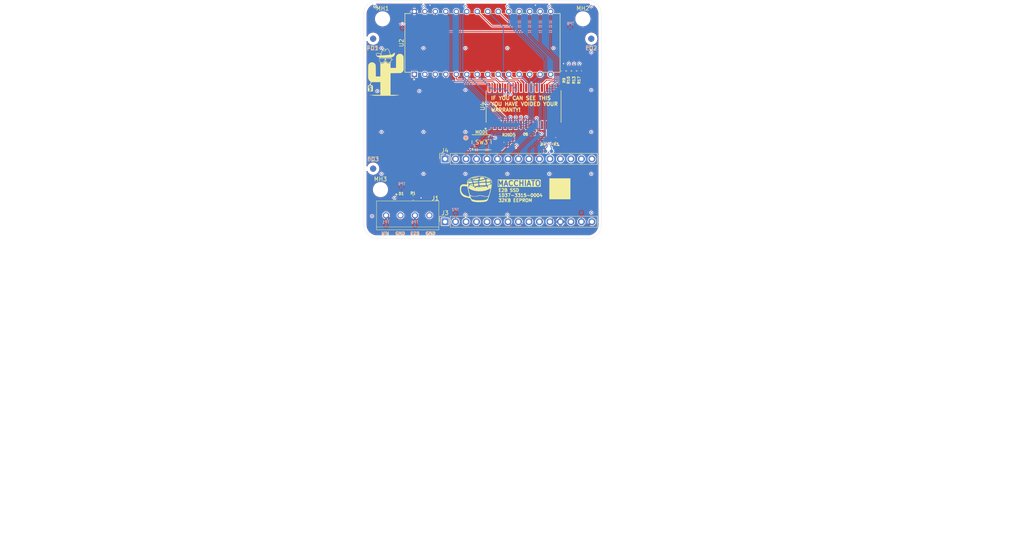
<source format=kicad_pcb>
(kicad_pcb (version 20241229) (generator "pcbnew") (generator_version "9.0")
  (title_block (title "Macchiato E2B NAS") (date "2025-07-19") (rev "4") (company "B. Lantau") (comment 1 "PN: 1D37-3315-0003"))
  (layers (0 "F.Cu" signal "Top.Cu+PWR") (4 "In1.Cu" signal "In1.GND") (6 "In2.Cu" signal "In2.GND") (2 "B.Cu" signal "Bottom.Cu+PWR") (13 "F.Paste" user) (15 "B.Paste" user) (5 "F.SilkS" user "F.Silkscreen") (7 "B.SilkS" user "B.Silkscreen") (1 "F.Mask" user) (3 "B.Mask" user) (25 "Edge.Cuts" user))
  (net 0 "")
  (net 1 "VBUS")
  (net 2 "GND")
  (net 3 "+3V3")
  (net 4 "Net-(D1-Pad2)")
  (net 5 "+5V")
  (net 7 "I2C_SDA")
  (net 8 "I2C_SCL")
  (net 9 "Net-(U4-A2)")
  (net 11 "Net-(U4-A1)")
  (net 12 "Net-(U4-A0)")
  (net 14 "Net-(U4-*RESET)")
  (net 18 "A12")
  (net 19 "A11")
  (net 20 "A2")
  (net 21 "A10")
  (net 22 "A0")
  (net 23 "A3")
  (net 25 "A14")
  (net 26 "A9")
  (net 27 "A1")
  (net 29 "A5")
  (net 31 "A8")
  (net 32 "A4")
  (net 34 "A6")
  (net 35 "A7")
  (net 36 "A13")
  (net 37 "/LED")
  (net 38 "/MODE")
  (net 41 "FLASH_CE")
  (net 42 "DQ5")
  (net 43 "DQ3")
  (net 44 "DQ7")
  (net 45 "DQ4")
  (net 46 "DQ6")
  (net 47 "FLASH_OE")
  (net 48 "FLASH_WE")
  (net 49 "E2B_DIRECT")
  (net 50 "Net-(D5-Pad2)")
  (net 54 "DQ1")
  (net 55 "DQ0")
  (net 56 "DQ2")
  (footprint "Custom_Microcontroller:LED_0603" (layer "F.Cu") (at 153.18034 79.971945 90)
    (property "Reference" "D5")
    (property "Value" "~" (hide yes))
  )
  (footprint "MountingHole:MountingHole_3.2mm_M3" (layer "F.Cu") (at 121.17634 91.444546)
    (property "Reference" "MH3")
    (property "Value" "MountingHole")
  )
  (footprint "Custom_Microcontroller:R_0603" (layer "F.Cu") (at 166.79474 62.679046 -90)
    (property "Reference" "R10")
    (property "Value" "10K" (hide yes))
  )
  (footprint "Connector_PinSocket_2.54mm:PinSocket_1x15_P2.54mm_Vertical" (layer "F.Cu") (at 136.82274 84.002346 90)
    (property "Reference" "J4")
    (property "Value" "Digital")
  )
  (footprint "Custom_Microcontroller:Fiducial_1.5mm_Mask3mm" (layer "F.Cu") (at 119.39834 86.364546)
    (property "Reference" "FD3")
    (property "Value" "~")
  )
  (footprint "Custom_Microcontroller:MCP23017T-E_SO" (layer "F.Cu") (at 155.842 71.283146 90)
    (property "Reference" "U4")
    (property "Value" "MCP23017T-E/SO")
  )
  (footprint "MountingHole:MountingHole_3.2mm_M3" (layer "F.Cu") (at 170.19834 50.042546)
    (property "Reference" "MH2")
    (property "Value" "MountingHole")
  )
  (footprint "Icons:ICON_DISCOUNT_CACTUS" (layer "F.Cu") (at 122.57334 64.347211)
    (property "Reference" "G***" (hide yes))
    (property "Value" "LOGO" (hide yes))
  )
  (footprint "Icons:ICON_MACCHIATO" (layer "F.Cu") (at 145.05234 92.460546)
    (property "Reference" "G***" (hide yes))
    (property "Value" "ICON_MACCHIATO" (hide yes))
  )
  (footprint "Custom_Microcontroller:R_0603" (layer "F.Cu") (at 163.6017 79.354146)
    (property "Reference" "R3")
    (property "Value" "10K" (hide yes))
  )
  (footprint "Custom_Microcontroller:R_0603" (layer "F.Cu") (at 151.63094 79.971945 90)
    (property "Reference" "R20")
    (property "Value" "1K" (hide yes))
  )
  (footprint "Custom_Microcontroller:C_0603" (layer "F.Cu") (at 158.38734 77.890046)
    (property "Reference" "C6")
    (property "Value" "100nF" (hide yes))
  )
  (footprint "Custom_Microcontroller:Fiducial_1.5mm_Mask3mm" (layer "F.Cu") (at 172.23034 54.868546)
    (property "Reference" "FD2")
    (property "Value" "~")
  )
  (footprint "Custom_Microcontroller:PTS815 SJM 250 SMTR LFS" (layer "F.Cu") (at 145.672539 79.971945)
    (property "Reference" "SW3")
    (property "Value" "~")
  )
  (footprint "MountingHole:MountingHole_3.2mm_M3" (layer "F.Cu") (at 121.68434 50.042546)
    (property "Reference" "MH1")
    (property "Value" "MountingHole")
  )
  (footprint "Custom_Microcontroller:AT28C256-15PU" (layer "F.Cu") (at 129.38054 63.504546 90)
    (property "Reference" "U2")
    (property "Value" "AT28C256-15PU")
  )
  (footprint "Custom_Microcontroller:R_0603" (layer "F.Cu") (at 129.08844 93.451146)
    (property "Reference" "R1")
    (property "Value" "1K" (hide yes))
  )
  (footprint "Custom_Microcontroller:LED_0603" (layer "F.Cu") (at 126.30079 93.451146)
    (property "Reference" "D1")
    (property "Value" "~" (hide yes))
  )
  (footprint "Custom_Microcontroller:R_0603" (layer "F.Cu") (at 169.33474 62.679046 -90)
    (property "Reference" "R17")
    (property "Value" "10K" (hide yes))
  )
  (footprint "Custom_Microcontroller:R_0603" (layer "F.Cu") (at 160.7823 79.354146 180)
    (property "Reference" "R4")
    (property "Value" "10K" (hide yes))
  )
  (footprint "Custom_Microcontroller:R_0603" (layer "F.Cu") (at 165.52474 62.679046 90)
    (property "Reference" "R9")
    (property "Value" "10K" (hide yes))
  )
  (footprint "Custom_Microcontroller:R_0603" (layer "F.Cu") (at 168.06474 62.679046 -90)
    (property "Reference" "R13")
    (property "Value" "10K" (hide yes))
  )
  (footprint "Connector_PinSocket_2.54mm:PinSocket_1x15_P2.54mm_Vertical" (layer "F.Cu") (at 136.82274 99.242346 90)
    (property "Reference" "J3")
    (property "Value" "Analog")
  )
  (footprint "Custom_Microcontroller:Fiducial_1.5mm_Mask3mm" (layer "F.Cu") (at 119.39834 54.868546)
    (property "Reference" "FD1")
    (property "Value" "~")
  )
  (footprint "Custom_Microcontroller:OSTTE040104" (layer "F.Cu") (at 122.52254 97.692946)
    (property "Reference" "J1")
    (property "Value" "OSTTE040104" (hide yes))
  )
  (footprint "Custom_Microcontroller:TESTPOINT" (layer "B.Cu") (at 122.54794 100.232946 180)
    (property "Reference" "TP1")
    (property "Value" "~" (hide yes))
  )
  (footprint "Custom_Microcontroller:TESTPOINT" (layer "B.Cu") (at 161.13054 82.157246 90)
    (property "Reference" "TP5" (hide yes))
    (property "Value" "~" (hide yes))
  )
  (footprint "Custom_Microcontroller:TESTPOINT" (layer "B.Cu") (at 169.86814 97.032546 180)
    (property "Reference" "TP3" (hide yes))
    (property "Value" "~" (hide yes))
  )
  (footprint "Custom_Microcontroller:TESTPOINT" (layer "B.Cu") (at 139.38814 97.184946 180)
    (property "Reference" "TP2")
    (property "Value" "~" (hide yes))
  )
  (footprint "Custom_Microcontroller:Fiducial_1.5mm_Mask3mm" (layer "B.Cu") (at 172.23034 54.868546 180)
    (property "Reference" "FD5")
    (property "Value" "~")
  )
  (footprint "Custom_Microcontroller:TESTPOINT" (layer "B.Cu") (at 126.25634 90.936546)
    (property "Reference" "TP9")
    (property "Value" "~" (hide yes))
  )
  (footprint "Custom_Microcontroller:Fiducial_1.5mm_Mask3mm" (layer "B.Cu") (at 119.39834 86.364546 180)
    (property "Reference" "FD6")
    (property "Value" "~")
  )
  (footprint "Custom_Microcontroller:Fiducial_1.5mm_Mask3mm" (layer "B.Cu") (at 119.39834 54.868546 180)
    (property "Reference" "FD4")
    (property "Value" "~")
  )
  (footprint "Custom_Microcontroller:TESTPOINT" (layer "B.Cu") (at 129.54794 100.232946 180)
    (property "Reference" "TP6")
    (property "Value" "~" (hide yes))
  )
  (footprint "Custom_Microcontroller:TESTPOINT" (layer "B.Cu") (at 162.60374 82.182646 90)
    (property "Reference" "TP4" (hide yes))
    (property "Value" "~" (hide yes))
  )
  (footprint "Custom_Microcontroller:TESTPOINT" (layer "B.Cu") (at 126.53574 52.328546 180)
    (property "Reference" "TP7")
    (property "Value" "~" (hide yes))
  )
  (footprint "Custom_Microcontroller:TESTPOINT" (layer "B.Cu") (at 167.12494 52.074546)
    (property "Reference" "TP8")
    (property "Value" "~" (hide yes))
  )
  (gr_rect (start 162.126483 88.751631) (end 167.126483 93.751631) (stroke (width 0.1)) (fill yes) (layer "F.SilkS"))
  (gr_arc (start 171.41754 45.622946) (mid 173.752407 46.590079) (end 174.71954 48.924946) (stroke (width 0.05)) (layer "Edge.Cuts"))
  (gr_arc (start 120.36354 103.280946) (mid 118.028673 102.313813) (end 117.06154 99.978946) (stroke (width 0.05)) (layer "Edge.Cuts"))
  (gr_line (start 174.71954 48.924946) (end 174.71954 99.978946) (stroke (width 0.05)) (layer "Edge.Cuts"))
  (gr_line (start 117.06154 99.978946) (end 117.06154 48.924946) (stroke (width 0.05)) (layer "Edge.Cuts"))
  (gr_arc (start 117.06154 48.924946) (mid 118.028673 46.590079) (end 120.36354 45.622946) (stroke (width 0.05)) (layer "Edge.Cuts"))
  (gr_line (start 171.41754 45.622946) (end 120.36354 45.622946) (stroke (width 0.05)) (layer "Edge.Cuts"))
  (gr_arc (start 174.71954 99.978946) (mid 173.752407 102.313813) (end 171.41754 103.280946) (stroke (width 0.05)) (layer "Edge.Cuts"))
  (gr_line (start 120.36354 103.280946) (end 171.41754 103.280946) (stroke (width 0.05)) (layer "Edge.Cuts"))
  (gr_text "MACCHIATO" (at 149.402626 90.682546 0) (layer "F.SilkS" knockout) (effects (font (size 1.27 1.27) (thickness 0.254) (bold yes)) (justify left bottom)))
  (gr_text "E2B" (at 128.36454 102.497696 0) (layer "F.SilkS") (effects (font (size 0.762 0.762) (thickness 0.1524) (bold yes)) (justify left bottom)))
  (gr_text "VIN" (at 121.36654 102.518946 0) (layer "F.SilkS") (effects (font (size 0.762 0.762) (thickness 0.1524) (bold yes)) (justify left bottom)))
  (gr_text "IF YOU CAN SEE THIS\nYOU HAVE VOIDED YOUR\nWARRANTY!" (at 147.841 72.648546 0) (layer "F.SilkS") (effects (font (size 0.889 0.889) (thickness 0.2) (bold yes)) (justify left bottom)))
  (gr_text "E2B SSD\n1D37-3315-0004\n32KB EEPROM" (at 149.656626 94.504631 0) (layer "F.SilkS") (effects (font (size 0.762 0.762) (thickness 0.1778) (bold yes)) (justify left bottom)))
  (gr_text "MODE" (at 144.03634 77.982546 0) (layer "F.SilkS") (effects (font (size 0.762 0.762) (thickness 0.1524) (bold yes)) (justify left bottom)))
  (gr_text "GND" (at 132.095214 102.497696 0) (layer "F.SilkS") (effects (font (size 0.762 0.762) (thickness 0.1524) (bold yes)) (justify left bottom)))
  (gr_text "GND" (at 124.72788 102.518946 0) (layer "F.SilkS") (effects (font (size 0.762 0.762) (thickness 0.1524) (bold yes)) (justify left bottom)))
  (gr_text "GND" (at 127.15388 102.518946 -0) (layer "B.SilkS") (effects (font (size 0.762 0.762) (thickness 0.1524) (bold yes)) (justify left bottom mirror)))
  (gr_text "E2B" (at 130.65054 102.518946 -0) (layer "B.SilkS") (effects (font (size 0.762 0.762) (thickness 0.1524) (bold yes)) (justify left bottom mirror)))
  (gr_text "VIN" (at 123.28454 102.518946 -0) (layer "B.SilkS") (effects (font (size 0.762 0.762) (thickness 0.1524) (bold yes)) (justify left bottom mirror)))
  (gr_text "GND" (at 134.46054 102.518946 -0) (layer "B.SilkS") (effects (font (size 0.762 0.762) (thickness 0.1524) (bold yes)) (justify left bottom mirror)))
  (segment (start 169.91894 101.706146) (end 172.38274 99.242346) (width 0.508) (layer "F.Cu") (net 1))
  (segment (start 126.53574 101.706146) (end 169.91894 101.706146) (width 0.508) (layer "F.Cu") (net 1))
  (segment (start 122.52254 97.692946) (end 126.53574 101.706146) (width 0.508) (layer "F.Cu") (net 1))
  (segment (start 122.52254 97.692946) (end 122.52254 100.232946) (width 0.508) (layer "B.Cu") (net 1))
  (segment (start 166.79474 61.899346) (end 166.79474 60.908865) (width 0.2) (layer "F.Cu") (net 2))
  (segment (start 160.155119 77.892027) (end 159.168495 77.892027) (width 0.2) (layer "F.Cu") (net 2))
  (segment (start 169.33474 61.899346) (end 169.33474 60.908865) (width 0.2) (layer "F.Cu") (net 2))
  (segment (start 124.57994 93.451146) (end 125.54514 93.451146) (width 0.2) (layer "F.Cu") (net 2))
  (segment (start 147.92254 78.896946) (end 148.93854 78.896946) (width 0.2) (layer "F.Cu") (net 2))
  (segment (start 154.118291 80.727595) (end 153.18034 80.727595) (width 0.2) (layer "F.Cu") (net 2))
  (segment (start 168.06474 61.899346) (end 168.06474 60.908865) (width 0.2) (layer "F.Cu") (net 2))
  (segment (start 159.017 75.851846) (end 159.017 74.130846) (width 0.2) (layer "F.Cu") (net 2))
  (via (at 119.90634 46.994546) (size 0.6) (drill 0.3) (layers "F.Cu" "B.Cu") (net 2))
  (via (at 151.91034 46.994546) (size 0.6) (drill 0.3) (layers "F.Cu" "B.Cu") (net 2))
  (via (at 169.33474 60.908865) (size 0.6) (drill 0.3) (layers "F.Cu" "B.Cu") (net 2))
  (via (at 119.14434 97.870345) (size 0.6) (drill 0.3) (layers "F.Cu" "B.Cu") (net 2))
  (via (at 154.118291 80.727595) (size 0.6) (drill 0.3) (layers "F.Cu" "B.Cu") (net 2))
  (via (at 162.07034 87.634546) (size 0.6) (drill 0.3) (layers "F.Cu" "B.Cu") (net 2))
  (via (at 172.23034 87.634546) (size 0.6) (drill 0.3) (layers "F.Cu" "B.Cu") (net 2))
  (via (at 121.43034 77.474546) (size 0.6) (drill 0.3) (layers "F.Cu" "B.Cu") (net 2))
  (via (at 172.23034 58.170546) (size 0.6) (drill 0.3) (layers "F.Cu" "B.Cu") (net 2))
  (via (at 151.91034 97.540546) (size 0.6) (drill 0.3) (layers "F.Cu" "B.Cu") (net 2))
  (via (at 131.59034 46.994546) (size 0.6) (drill 0.3) (layers "F.Cu" "B.Cu") (net 2))
  (via (at 121.43034 87.634546) (size 0.6) (drill 0.3) (layers "F.Cu" "B.Cu") (net 2))
  (via (at 172.23034 77.474546) (size 0.6) (drill 0.3) (layers "F.Cu" "B.Cu") (net 2))
  (via (at 141.75034 67.314546) (size 0.6) (drill 0.3) (layers "F.Cu" "B.Cu") (net 2))
  (via (at 141.75034 87.634546) (size 0.6) (drill 0.3) (layers "F.Cu" "B.Cu") (net 2))
  (via (at 159.017 74.130846) (size 0.6) (drill 0.3) (layers "F.Cu" "B.Cu") (net 2))
  (via (at 130.57434 67.568546) (size 0.6) (drill 0.3) (layers "F.Cu" "B.Cu") (net 2))
  (via (at 141.75034 46.994546) (size 0.6) (drill 0.3) (layers "F.Cu" "B.Cu") (net 2))
  (via (at 126.51034 51.312546) (size 0.6) (drill 0.3) (layers "F.Cu" "B.Cu") (net 2))
  (via (at 131.59034 77.474546) (size 0.6) (drill 0.3) (layers "F.Cu" "B.Cu") (net 2))
  (via (at 172.23034 67.314546) (size 0.6) (drill 0.3) (layers "F.Cu" "B.Cu") (net 2))
  (via (at 141.75034 57.154546) (size 0.6) (drill 0.3) (layers "F.Cu" "B.Cu") (net 2))
  (via (at 162.07034 46.994546) (size 0.6) (drill 0.3) (layers "F.Cu" "B.Cu") (net 2))
  (via (at 160.16 77.887146) (size 0.6) (drill 0.3) (layers "F.Cu" "B.Cu") (net 2))
  (via (at 121.43034 57.154546) (size 0.6) (drill 0.3) (layers "F.Cu" "B.Cu") (net 2))
  (via (at 120.41434 67.568546) (size 0.6) (drill 0.3) (layers "F.Cu" "B.Cu") (net 2))
  (via (at 168.06474 60.908865) (size 0.6) (drill 0.3) (layers "F.Cu" "B.Cu") (net 2))
  (via (at 172.23034 97.032546) (size 0.6) (drill 0.3) (layers "F.Cu" "B.Cu") (net 2))
  (via (at 151.91034 57.154546) (size 0.6) (drill 0.3) (layers "F.Cu" "B.Cu") (net 2))
  (via (at 131.59034 87.634546) (size 0.6) (drill 0.3) (layers "F.Cu" "B.Cu") (net 2))
  (via (at 141.75034 77.474546) (size 0.6) (drill 0.3) (layers "F.Cu" "B.Cu") (net 2))
  (via (at 124.57994 93.451146) (size 0.6) (drill 0.3) (layers "F.Cu" "B.Cu") (net 2))
  (via (at 131.59034 57.154546) (size 0.6) (drill 0.3) (layers "F.Cu" "B.Cu") (net 2))
  (via (at 148.93854 78.896946) (size 0.6) (drill 0.3) (layers "F.Cu" "B.Cu") (net 2))
  (via (at 141.75034 97.540546) (size 0.6) (drill 0.3) (layers "F.Cu" "B.Cu") (net 2))
  (via (at 163.08634 57.154546) (size 0.6) (drill 0.3) (layers "F.Cu" "B.Cu") (net 2))
  (via (at 166.79474 60.908865) (size 0.6) (drill 0.3) (layers "F.Cu" "B.Cu") (net 2))
  (via (at 151.91034 87.634546) (size 0.6) (drill 0.3) (layers "F.Cu" "B.Cu") (net 2))
  (via (at 172.23034 46.994546) (size 0.6) (drill 0.3) (layers "F.Cu" "B.Cu") (net 2))
  (segment (start 169.84274 99.242346) (end 169.84274 97.032546) (width 0.2) (layer "B.Cu") (net 2))
  (segment (start 126.51034 52.328546) (end 126.51034 51.312546) (width 0.2) (layer "B.Cu") (net 2))
  (segment (start 139.36274 97.184946) (end 139.36274 99.242346) (width 0.2) (layer "B.Cu") (net 3))
  (segment (start 127.05644 93.451146) (end 128.31374 93.451146) (width 0.2) (layer "F.Cu") (net 4))
  (segment (start 157.747 75.798146) (end 157.747 77.764122) (width 0.5588) (layer "F.Cu") (net 5))
  (segment (start 157.747 77.764122) (end 157.619095 77.892027) (width 0.5588) (layer "F.Cu") (net 5))
  (via (at 131.00614 93.451146) (size 0.6) (drill 0.3) (layers "F.Cu" "B.Cu") (net 5))
  (via (at 156.22834 77.940846) (size 0.6) (drill 0.3) (layers "F.Cu" "B.Cu") (net 5))
  (via (at 165.52474 60.908865) (size 0.6) (drill 0.3) (layers "F.Cu" "B.Cu") (net 5))
  (via (at 158.71754 46.749646) (size 0.6) (drill 0.3) (layers "F.Cu" "B.Cu") (net 5))
  (via (at 160.03834 80.734846) (size 0.6) (drill 0.3) (layers "F.Cu" "B.Cu") (net 5))
  (via (at 133.19054 46.749646) (size 0.6) (drill 0.3) (layers "F.Cu" "B.Cu") (net 5))
  (via (at 164.3764 80.734846) (size 0.6) (drill 0.3) (layers "F.Cu" "B.Cu") (net 5))
  (segment (start 162.431465 80.401071) (end 163.51814 81.487746) (width 0.2) (layer "F.Cu") (net 7))
  (segment (start 162.827 80.005536) (end 162.827 75.798146) (width 0.2) (layer "F.Cu") (net 7))
  (segment (start 162.431465 80.401071) (end 162.827 80.005536) (width 0.2) (layer "F.Cu") (net 7))
  (segment (start 155.97434 100.613946) (end 154.60274 99.242346) (width 0.2) (layer "F.Cu") (net 7))
  (segment (start 158.41274 99.877346) (end 157.67614 100.613946) (width 0.2) (layer "F.Cu") (net 7))
  (segment (start 163.51814 81.487746) (end 163.51814 93.451146) (width 0.2) (layer "F.Cu") (net 7))
  (segment (start 158.41274 98.556546) (end 158.41274 99.877346) (width 0.2) (layer "F.Cu") (net 7))
  (segment (start 163.51814 93.451146) (end 158.41274 98.556546) (width 0.2) (layer "F.Cu") (net 7))
  (segment (start 157.67614 100.613946) (end 155.97434 100.613946) (width 0.2) (layer "F.Cu") (net 7))
  (via (at 162.431465 80.401071) (size 0.6) (drill 0.3) (layers "F.Cu" "B.Cu") (net 7))
  (segment (start 162.60374 82.157246) (end 162.60374 81.242846) (width 0.2) (layer "B.Cu") (net 7))
  (segment (start 162.431465 80.401071) (end 162.431465 81.070571) (width 0.2) (layer "B.Cu") (net 7))
  (segment (start 162.431465 81.070571) (end 162.60374 81.242846) (width 0.2) (layer "B.Cu") (net 7))
  (segment (start 161.557 80.370146) (end 160.92734 80.999806) (width 0.2) (layer "F.Cu") (net 8))
  (segment (start 161.557 80.370146) (end 161.557 75.798146) (width 0.2) (layer "F.Cu") (net 8))
  (segment (start 160.92734 80.999806) (end 160.92734 95.457746) (width 0.2) (layer "F.Cu") (net 8))
  (segment (start 160.92734 95.457746) (end 157.14274 99.242346) (width 0.2) (layer "F.Cu") (net 8))
  (via (at 161.557 80.370146) (size 0.6) (drill 0.3) (layers "F.Cu" "B.Cu") (net 8))
  (segment (start 161.13054 82.131846) (end 161.13054 81.471446) (width 0.2) (layer "B.Cu") (net 8))
  (segment (start 161.557 80.370146) (end 161.557 81.044986) (width 0.2) (layer "B.Cu") (net 8))
  (segment (start 161.557 81.044986) (end 161.13054 81.471446) (width 0.2) (layer "B.Cu") (net 8))
  (segment (start 163.00952 65.307326) (end 163.5823 64.734546) (width 0.2) (layer "F.Cu") (net 9))
  (segment (start 166.40294 64.734546) (end 166.79474 64.342746) (width 0.2) (layer "F.Cu") (net 9))
  (segment (start 162.30662 65.307326) (end 163.00952 65.307326) (width 0.2) (layer "F.Cu") (net 9))
  (segment (start 161.557 66.768146) (end 161.557 66.056946) (width 0.2) (layer "F.Cu") (net 9))
  (segment (start 166.79474 64.342746) (end 166.79474 63.453746) (width 0.2) (layer "F.Cu") (net 9))
  (segment (start 161.557 66.056946) (end 162.30662 65.307326) (width 0.2) (layer "F.Cu") (net 9))
  (segment (start 163.5823 64.734546) (end 166.40294 64.734546) (width 0.2) (layer "F.Cu") (net 9))
  (segment (start 167.62754 65.135546) (end 168.06474 64.698346) (width 0.2) (layer "F.Cu") (net 11))
  (segment (start 163.7484 65.135546) (end 167.62754 65.135546) (width 0.2) (layer "F.Cu") (net 11))
  (segment (start 162.827 66.768146) (end 162.827 66.056946) (width 0.2) (layer "F.Cu") (net 11))
  (segment (start 168.06474 64.698346) (end 168.06474 63.453746) (width 0.2) (layer "F.Cu") (net 11))
  (segment (start 162.827 66.056946) (end 163.7484 65.135546) (width 0.2) (layer "F.Cu") (net 11))
  (segment (start 168.64894 65.536546) (end 169.33474 64.850746) (width 0.2) (layer "F.Cu") (net 12))
  (segment (start 169.33474 64.850746) (end 169.33474 63.453746) (width 0.2) (layer "F.Cu") (net 12))
  (segment (start 164.097 65.719686) (end 164.28014 65.536546) (width 0.2) (layer "F.Cu") (net 12))
  (segment (start 164.28014 65.536546) (end 168.64894 65.536546) (width 0.2) (layer "F.Cu") (net 12))
  (segment (start 164.097 66.768146) (end 164.097 65.719686) (width 0.2) (layer "F.Cu") (net 12))
  (segment (start 163.4162 64.333546) (end 165.32154 64.333546) (width 0.2) (layer "F.Cu") (net 14))
  (segment (start 160.287 66.056946) (end 161.43762 64.906326) (width 0.2) (layer "F.Cu") (net 14))
  (segment (start 165.32154 64.333546) (end 165.52474 64.130346) (width 0.2) (layer "F.Cu") (net 14))
  (segment (start 165.52474 64.130346) (end 165.52474 63.453746) (width 0.2) (layer "F.Cu") (net 14))
  (segment (start 161.43762 64.906326) (end 162.84342 64.906326) (width 0.2) (layer "F.Cu") (net 14))
  (segment (start 162.84342 64.906326) (end 163.4162 64.333546) (width 0.2) (layer "F.Cu") (net 14))
  (segment (start 160.287 66.768146) (end 160.287 66.056946) (width 0.2) (layer "F.Cu") (net 14))
  (segment (start 138.88014 70.464146) (end 131.92054 63.504546) (width 0.2) (layer "F.Cu") (net 18))
  (segment (start 151.397 73.876846) (end 147.9843 70.464146) (width 0.2) (layer "F.Cu") (net 18))
  (segment (start 147.9843 70.464146) (end 138.88014 70.464146) (width 0.2) (layer "F.Cu") (net 18))
  (segment (start 151.397 75.851846) (end 151.397 73.876846) (width 0.2) (layer "F.Cu") (net 18))
  (segment (start 152.667 73.876846) (end 152.667 75.851846) (width 0.2) (layer "F.Cu") (net 19))
  (via (at 152.667 73.876846) (size 0.6) (drill 0.3) (layers "F.Cu" "B.Cu") (net 19))
  (segment (start 141.11914 63.902771) (end 141.11914 49.225946) (width 0.2) (layer "B.Cu") (net 19))
  (segment (start 141.11914 49.225946) (end 142.08054 48.264546) (width 0.2) (layer "B.Cu") (net 19))
  (segment (start 151.093215 73.876846) (end 141.11914 63.902771) (width 0.2) (layer "B.Cu") (net 19))
  (segment (start 152.667 73.876846) (end 151.093215 73.876846) (width 0.2) (layer "B.Cu") (net 19))
  (segment (start 147.16054 63.504546) (end 148.09114 64.435146) (width 0.2) (layer "F.Cu") (net 20))
  (segment (start 153.937 65.577546) (end 153.937 66.768146) (width 0.2) (layer "F.Cu") (net 20))
  (segment (start 148.09114 64.435146) (end 149.26784 64.435146) (width 0.2) (layer "F.Cu") (net 20))
  (segment (start 150.10064 65.267946) (end 153.6274 65.267946) (width 0.2) (layer "F.Cu") (net 20))
  (segment (start 153.6274 65.267946) (end 153.937 65.577546) (width 0.2) (layer "F.Cu") (net 20))
  (segment (start 149.26784 64.435146) (end 150.10064 65.267946) (width 0.2) (layer "F.Cu") (net 20))
  (segment (start 153.937 75.851846) (end 153.937 73.876846) (width 0.2) (layer "F.Cu") (net 21))
  (via (at 153.937 73.876846) (size 0.6) (drill 0.3) (layers "F.Cu" "B.Cu") (net 21))
  (segment (start 153.937 67.131406) (end 150.94514 64.139546) (width 0.2) (layer "B.Cu") (net 21))
  (segment (start 150.94514 52.049146) (end 147.16054 48.264546) (width 0.2) (layer "B.Cu") (net 21))
  (segment (start 150.94514 64.139546) (end 150.94514 52.049146) (width 0.2) (layer "B.Cu") (net 21))
  (segment (start 153.937 73.876846) (end 153.937 67.131406) (width 0.2) (layer "B.Cu") (net 21))
  (segment (start 156.477 65.378806) (end 155.56414 64.465946) (width 0.2) (layer "F.Cu") (net 22))
  (segment (start 155.56414 64.465946) (end 153.20194 64.465946) (width 0.2) (layer "F.Cu") (net 22))
  (segment (start 156.477 66.768146) (end 156.477 65.378806) (width 0.2) (layer "F.Cu") (net 22))
  (segment (start 153.20194 64.465946) (end 152.24054 63.504546) (width 0.2) (layer "F.Cu") (net 22))
  (segment (start 152.667 68.305146) (end 152.667 66.768146) (width 0.2) (layer "F.Cu") (net 23))
  (via (at 152.667 68.305146) (size 0.6) (drill 0.3) (layers "F.Cu" "B.Cu") (net 23))
  (segment (start 152.667 68.305146) (end 151.4224 67.060546) (width 0.2) (layer "B.Cu") (net 23))
  (segment (start 148.17654 67.060546) (end 144.62054 63.504546) (width 0.2) (layer "B.Cu") (net 23))
  (segment (start 151.4224 67.060546) (end 148.17654 67.060546) (width 0.2) (layer "B.Cu") (net 23))
  (segment (start 136.11154 71.861146) (end 129.38054 65.130146) (width 0.2) (layer "F.Cu") (net 25))
  (segment (start 148.857 73.876846) (end 148.857 75.851846) (width 0.2) (layer "F.Cu") (net 25))
  (segment (start 148.857 73.876846) (end 146.8413 71.861146) (width 0.2) (layer "F.Cu") (net 25))
  (segment (start 146.8413 71.861146) (end 136.11154 71.861146) (width 0.2) (layer "F.Cu") (net 25))
  (segment (start 129.38054 65.130146) (end 129.38054 63.504546) (width 0.2) (layer "F.Cu") (net 25))
  (segment (start 155.207 73.876846) (end 155.207 75.851846) (width 0.2) (layer "F.Cu") (net 26))
  (via (at 155.207 73.876846) (size 0.6) (drill 0.3) (layers "F.Cu" "B.Cu") (net 26))
  (segment (start 155.207 73.876846) (end 154.606 74.477846) (width 0.2) (layer "B.Cu") (net 26))
  (segment (start 154.606 74.477846) (end 151.077015 74.477846) (width 0.2) (layer "B.Cu") (net 26))
  (segment (start 140.50194 49.225946) (end 139.54054 48.264546) (width 0.2) (layer "B.Cu") (net 26))
  (segment (start 151.077015 74.477846) (end 140.50194 63.902771) (width 0.2) (layer "B.Cu") (net 26))
  (segment (start 140.50194 63.902771) (end 140.50194 49.225946) (width 0.2) (layer "B.Cu") (net 26))
  (segment (start 155.207 65.598206) (end 154.47574 64.866946) (width 0.2) (layer "F.Cu") (net 27))
  (segment (start 154.47574 64.866946) (end 151.06294 64.866946) (width 0.2) (layer "F.Cu") (net 27))
  (segment (start 155.207 66.768146) (end 155.207 65.598206) (width 0.2) (layer "F.Cu") (net 27))
  (segment (start 151.06294 64.866946) (end 149.70054 63.504546) (width 0.2) (layer "F.Cu") (net 27))
  (segment (start 150.127 66.768146) (end 150.127 65.861406) (width 0.2) (layer "F.Cu") (net 29))
  (segment (start 139.77994 64.836146) (end 139.54054 64.596746) (width 0.2) (layer "F.Cu") (net 29))
  (segment (start 149.10174 64.836146) (end 139.77994 64.836146) (width 0.2) (layer "F.Cu") (net 29))
  (segment (start 139.54054 64.596746) (end 139.54054 63.504546) (width 0.2) (layer "F.Cu") (net 29))
  (segment (start 150.127 65.861406) (end 149.10174 64.836146) (width 0.2) (layer "F.Cu") (net 29))
  (segment (start 156.477 75.851846) (end 156.477 73.876846) (width 0.2) (layer "F.Cu") (net 31))
  (segment (start 156.477 73.876846) (end 156.477 75.798146) (width 0.2) (layer "F.Cu") (net 31))
  (via (at 156.477 73.876846) (size 0.6) (drill 0.3) (layers "F.Cu" "B.Cu") (net 31))
  (segment (start 141.263815 65.231746) (end 139.26114 65.231746) (width 0.2) (layer "B.Cu") (net 31))
  (segment (start 156.477 73.876846) (end 155.475 74.878846) (width 0.2) (layer "B.Cu") (net 31))
  (segment (start 138.263827 49.527833) (end 137.00054 48.264546) (width 0.2) (layer "B.Cu") (net 31))
  (segment (start 150.910915 74.878846) (end 141.263815 65.231746) (width 0.2) (layer "B.Cu") (net 31))
  (segment (start 139.26114 65.231746) (end 138.263827 64.234433) (width 0.2) (layer "B.Cu") (net 31))
  (segment (start 138.263827 64.234433) (end 138.263827 49.527833) (width 0.2) (layer "B.Cu") (net 31))
  (segment (start 155.475 74.878846) (end 150.910915 74.878846) (width 0.2) (layer "B.Cu") (net 31))
  (segment (start 151.397 68.279746) (end 151.397 66.768146) (width 0.2) (layer "F.Cu") (net 32))
  (via (at 151.397 68.279746) (size 0.6) (drill 0.3) (layers "F.Cu" "B.Cu") (net 32))
  (segment (start 146.85574 68.279746) (end 142.08054 63.504546) (width 0.2) (layer "B.Cu") (net 32))
  (segment (start 151.397 68.279746) (end 146.85574 68.279746) (width 0.2) (layer "B.Cu") (net 32))
  (segment (start 137.00054 64.850746) (end 137.00054 63.504546) (width 0.2) (layer "F.Cu") (net 34))
  (segment (start 148.857 66.768146) (end 148.857 65.709006) (width 0.2) (layer "F.Cu") (net 34))
  (segment (start 137.38694 65.237146) (end 137.00054 64.850746) (width 0.2) (layer "F.Cu") (net 34))
  (segment (start 148.857 65.709006) (end 148.38514 65.237146) (width 0.2) (layer "F.Cu") (net 34))
  (segment (start 148.38514 65.237146) (end 137.38694 65.237146) (width 0.2) (layer "F.Cu") (net 34))
  (segment (start 147.587 65.709006) (end 147.51614 65.638146) (width 0.2) (layer "F.Cu") (net 35))
  (segment (start 135.19714 65.638146) (end 134.46054 64.901546) (width 0.2) (layer "F.Cu") (net 35))
  (segment (start 147.51614 65.638146) (end 135.19714 65.638146) (width 0.2) (layer "F.Cu") (net 35))
  (segment (start 134.46054 64.901546) (end 134.46054 63.504546) (width 0.2) (layer "F.Cu") (net 35))
  (segment (start 147.587 66.768146) (end 147.587 65.709006) (width 0.2) (layer "F.Cu") (net 35))
  (segment (start 130.67594 55.097146) (end 130.67594 64.977746) (width 0.2) (layer "F.Cu") (net 36))
  (segment (start 130.67594 64.977746) (end 136.82274 71.124546) (width 0.2) (layer "F.Cu") (net 36))
  (segment (start 136.82274 71.124546) (end 147.3747 71.124546) (width 0.2) (layer "F.Cu") (net 36))
  (segment (start 134.46054 51.312546) (end 130.67594 55.097146) (width 0.2) (layer "F.Cu") (net 36))
  (segment (start 150.127 75.851846) (end 150.127 73.876846) (width 0.2) (layer "F.Cu") (net 36))
  (segment (start 134.46054 48.264546) (end 134.46054 51.312546) (width 0.2) (layer "F.Cu") (net 36))
  (segment (start 147.3747 71.124546) (end 150.127 73.876846) (width 0.2) (layer "F.Cu") (net 36))
  (segment (start 150.559639 81.817946) (end 141.54714 81.817946) (width 0.2) (layer "F.Cu") (net 37))
  (segment (start 151.63094 80.746645) (end 150.559639 81.817946) (width 0.2) (layer "F.Cu") (net 37))
  (segment (start 141.54714 81.817946) (end 139.36274 84.002346) (width 0.2) (layer "F.Cu") (net 37))
  (segment (start 136.82274 82.960946) (end 136.82274 84.002346) (width 0.2) (layer "F.Cu") (net 38))
  (segment (start 138.736742 81.046944) (end 136.82274 82.960946) (width 0.2) (layer "F.Cu") (net 38))
  (segment (start 143.422538 81.046944) (end 138.736742 81.046944) (width 0.2) (layer "F.Cu") (net 38))
  (segment (start 162.83234 50.804546) (end 171.21434 59.186546) (width 0.2) (layer "F.Cu") (net 41))
  (segment (start 152.24054 50.804546) (end 162.83234 50.804546) (width 0.2) (layer "F.Cu") (net 41))
  (segment (start 149.70054 48.264546) (end 152.24054 50.804546) (width 0.2) (layer "F.Cu") (net 41))
  (segment (start 171.21434 59.186546) (end 171.21434 90.250746) (width 0.2) (layer "F.Cu") (net 41))
  (segment (start 171.21434 90.250746) (end 162.22274 99.242346) (width 0.2) (layer "F.Cu") (net 41))
  (segment (start 163.36194 65.571806) (end 163.36194 60.122546) (width 0.2) (layer "B.Cu") (net 42))
  (segment (start 154.60274 82.029446) (end 160.019 76.613186) (width 0.2) (layer "B.Cu") (net 42))
  (segment (start 160.019 68.914746) (end 163.36194 65.571806) (width 0.2) (layer "B.Cu") (net 42))
  (segment (start 157.32054 54.081146) (end 157.32054 48.264546) (width 0.2) (layer "B.Cu") (net 42))
  (segment (start 154.60274 84.002346) (end 154.60274 82.029446) (width 0.2) (layer "B.Cu") (net 42))
  (segment (start 163.36194 60.122546) (end 157.32054 54.081146) (width 0.2) (layer "B.Cu") (net 42))
  (segment (start 160.019 76.613186) (end 160.019 68.914746) (width 0.2) (layer "B.Cu") (net 42))
  (segment (start 161.162 78.302189) (end 158.83274 80.631449) (width 0.2) (layer "B.Cu") (net 43))
  (segment (start 162.40054 58.026946) (end 164.16394 59.790346) (width 0.2) (layer "B.Cu") (net 43))
  (segment (start 164.16394 59.790346) (end 164.16394 65.904006) (width 0.2) (layer "B.Cu") (net 43))
  (segment (start 164.16394 65.904006) (end 161.162 68.905946) (width 0.2) (layer "B.Cu") (net 43))
  (segment (start 161.162 68.905946) (end 161.162 78.302189) (width 0.2) (layer "B.Cu") (net 43))
  (segment (start 162.40054 48.264546) (end 162.40054 58.026946) (width 0.2) (layer "B.Cu") (net 43))
  (segment (start 158.83274 80.631449) (end 158.83274 83.152346) (width 0.2) (layer "B.Cu") (net 43))
  (segment (start 158.83274 83.152346) (end 159.68274 84.002346) (width 0.2) (layer "B.Cu") (net 43))
  (segment (start 149.52274 83.382349) (end 149.52274 84.002346) (width 0.2) (layer "B.Cu") (net 44))
  (segment (start 160.82194 60.122546) (end 160.82194 63.902771) (width 0.2) (layer "B.Cu") (net 44))
  (segment (start 160.82194 63.902771) (end 158.281 66.443711) (width 0.2) (layer "B.Cu") (net 44))
  (segment (start 152.24054 48.264546) (end 152.24054 51.541146) (width 0.2) (layer "B.Cu") (net 44))
  (segment (start 158.281 74.624089) (end 149.52274 83.382349) (width 0.2) (layer "B.Cu") (net 44))
  (segment (start 152.24054 51.541146) (end 160.82194 60.122546) (width 0.2) (layer "B.Cu") (net 44))
  (segment (start 158.281 66.443711) (end 158.281 74.624089) (width 0.2) (layer "B.Cu") (net 44))
  (segment (start 160.761 68.739846) (end 163.76294 65.737906) (width 0.2) (layer "B.Cu") (net 45))
  (segment (start 163.76294 59.956446) (end 159.86054 56.054046) (width 0.2) (layer "B.Cu") (net 45))
  (segment (start 159.86054 56.054046) (end 159.86054 48.264546) (width 0.2) (layer "B.Cu") (net 45))
  (segment (start 160.761 78.136089) (end 160.761 68.739846) (width 0.2) (layer "B.Cu") (net 45))
  (segment (start 157.14274 81.754349) (end 160.761 78.136089) (width 0.2) (layer "B.Cu") (net 45))
  (segment (start 157.14274 84.002346) (end 157.14274 81.754349) (width 0.2) (layer "B.Cu") (net 45))
  (segment (start 163.76294 65.737906) (end 163.76294 59.956446) (width 0.2) (layer "B.Cu") (net 45))
  (segment (start 161.22294 64.068871) (end 159.618 65.673811) (width 0.2) (layer "B.Cu") (net 46))
  (segment (start 154.78054 52.887346) (end 161.22294 59.329746) (width 0.2) (layer "B.Cu") (net 46))
  (segment (start 154.78054 48.264546) (end 154.78054 52.887346) (width 0.2) (layer "B.Cu") (net 46))
  (segment (start 161.22294 59.329746) (end 161.22294 64.068871) (width 0.2) (layer "B.Cu") (net 46))
  (segment (start 159.618 76.447086) (end 152.06274 84.002346) (width 0.2) (layer "B.Cu") (net 46))
  (segment (start 159.618 65.673811) (end 159.618 76.447086) (width 0.2) (layer "B.Cu") (net 46))
  (segment (start 160.977141 98.515045) (end 168.45374 91.038446) (width 0.2) (layer "F.Cu") (net 47))
  (segment (start 170.70634 79.252546) (end 170.70634 59.694546) (width 0.2) (layer "F.Cu") (net 47))
  (segment (start 168.45374 81.505146) (end 170.70634 79.252546) (width 0.2) (layer "F.Cu") (net 47))
  (segment (start 162.83234 51.820546) (end 148.17654 51.820546) (width 0.2) (layer "F.Cu") (net 47))
  (segment (start 168.45374 91.038446) (end 168.45374 81.505146) (width 0.2) (layer "F.Cu") (net 47))
  (segment (start 152.06274 99.242346) (end 153.83534 101.014946) (width 0.2) (layer "F.Cu") (net 47))
  (segment (start 159.7759 101.014946) (end 160.977141 99.813705) (width 0.2) (layer "F.Cu") (net 47))
  (segment (start 170.70634 59.694546) (end 162.83234 51.820546) (width 0.2) (layer "F.Cu") (net 47))
  (segment (start 148.17654 51.820546) (end 144.62054 48.264546) (width 0.2) (layer "F.Cu") (net 47))
  (segment (start 153.83534 101.014946) (end 159.7759 101.014946) (width 0.2) (layer "F.Cu") (net 47))
  (segment (start 160.977141 99.813705) (end 160.977141 98.515045) (width 0.2) (layer "F.Cu") (net 47))
  (segment (start 163.08634 53.090546) (end 170.19834 60.202546) (width 0.2) (layer "F.Cu") (net 48))
  (segment (start 131.92054 48.264546) (end 132.60634 48.264546) (width 0.2) (layer "F.Cu") (net 48))
  (segment (start 135.90834 48.352721) (end 135.90834 51.566546) (width 0.2) (layer "F.Cu") (net 48))
  (segment (start 166.04544 92.879646) (end 159.68274 99.242346) (width 0.2) (layer "F.Cu") (net 48))
  (segment (start 170.19834 77.728546) (end 166.04544 81.881446) (width 0.2) (layer "F.Cu") (net 48))
  (segment (start 132.60634 48.264546) (end 133.56774 47.303146) (width 0.2) (layer "F.Cu") (net 48))
  (segment (start 135.90834 51.566546) (end 137.43234 53.090546) (width 0.2) (layer "F.Cu") (net 48))
  (segment (start 166.04544 81.881446) (end 166.04544 92.879646) (width 0.2) (layer "F.Cu") (net 48))
  (segment (start 133.56774 47.303146) (end 134.858765 47.303146) (width 0.2) (layer "F.Cu") (net 48))
  (segment (start 137.43234 53.090546) (end 163.08634 53.090546) (width 0.2) (layer "F.Cu") (net 48))
  (segment (start 134.858765 47.303146) (end 135.90834 48.352721) (width 0.2) (layer "F.Cu") (net 48))
  (segment (start 170.19834 60.202546) (end 170.19834 77.728546) (width 0.2) (layer "F.Cu") (net 48))
  (segment (start 129.52254 100.232946) (end 129.52254 97.692946) (width 0.508) (layer "B.Cu") (net 49))
  (segment (start 153.18034 79.216295) (end 151.64999 79.216295) (width 0.2) (layer "F.Cu") (net 50))
  (segment (start 151.64999 79.216295) (end 151.63094 79.197245) (width 0.2) (layer "F.Cu") (net 50))
  (segment (start 148.26129 77.465996) (end 154.304893 77.465996) (width 0.2) (layer "B.Cu") (net 54))
  (segment (start 144.44274 84.002346) (end 144.44274 81.284546) (width 0.2) (layer "B.Cu") (net 54))
  (segment (start 157.479 65.079346) (end 157.32054 64.920886) (width 0.2) (layer "B.Cu") (net 54))
  (segment (start 154.304893 77.465996) (end 157.479 74.291889) (width 0.2) (layer "B.Cu") (net 54))
  (segment (start 157.479 74.291889) (end 157.479 65.079346) (width 0.2) (layer "B.Cu") (net 54))
  (segment (start 144.44274 81.284546) (end 148.26129 77.465996) (width 0.2) (layer "B.Cu") (net 54))
  (segment (start 157.32054 64.920886) (end 157.32054 63.504546) (width 0.2) (layer "B.Cu") (net 54))
  (segment (start 154.567443 76.636346) (end 157.078 74.125789) (width 0.2) (layer "B.Cu") (net 55))
  (segment (start 141.90274 82.808546) (end 148.07494 76.636346) (width 0.2) (layer "B.Cu") (net 55))
  (segment (start 148.07494 76.636346) (end 154.567443 76.636346) (width 0.2) (layer "B.Cu") (net 55))
  (segment (start 157.078 65.802006) (end 154.78054 63.504546) (width 0.2) (layer "B.Cu") (net 55))
  (segment (start 157.078 74.125789) (end 157.078 65.802006) (width 0.2) (layer "B.Cu") (net 55))
  (segment (start 141.90274 84.002346) (end 141.90274 82.808546) (width 0.2) (layer "B.Cu") (net 55))
  (segment (start 157.88 74.457989) (end 157.88 65.485086) (width 0.2) (layer "B.Cu") (net 56))
  (segment (start 154.470993 77.866996) (end 157.88 74.457989) (width 0.2) (layer "B.Cu") (net 56))
  (segment (start 146.98274 79.949796) (end 149.06554 77.866996) (width 0.2) (layer "B.Cu") (net 56))
  (segment (start 146.98274 84.002346) (end 146.98274 79.949796) (width 0.2) (layer "B.Cu") (net 56))
  (segment (start 157.88 65.485086) (end 159.86054 63.504546) (width 0.2) (layer "B.Cu") (net 56))
  (segment (start 149.06554 77.866996) (end 154.470993 77.866996) (width 0.2) (layer "B.Cu") (net 56))
  (zone (net 5) (net_name "+5V") (layers "F.Cu" "B.Cu") (connect_pads (clearance 0.2032)) (min_thickness 0.2032) (fill yes (thermal_gap 0.254) (thermal_bridge_width 0.508))
    (polygon (pts (xy 116.853 45.479646) (xy 174.765 45.479646) (xy 174.765 103.391646) (xy 116.853 103.391646)))
  )
)
</source>
